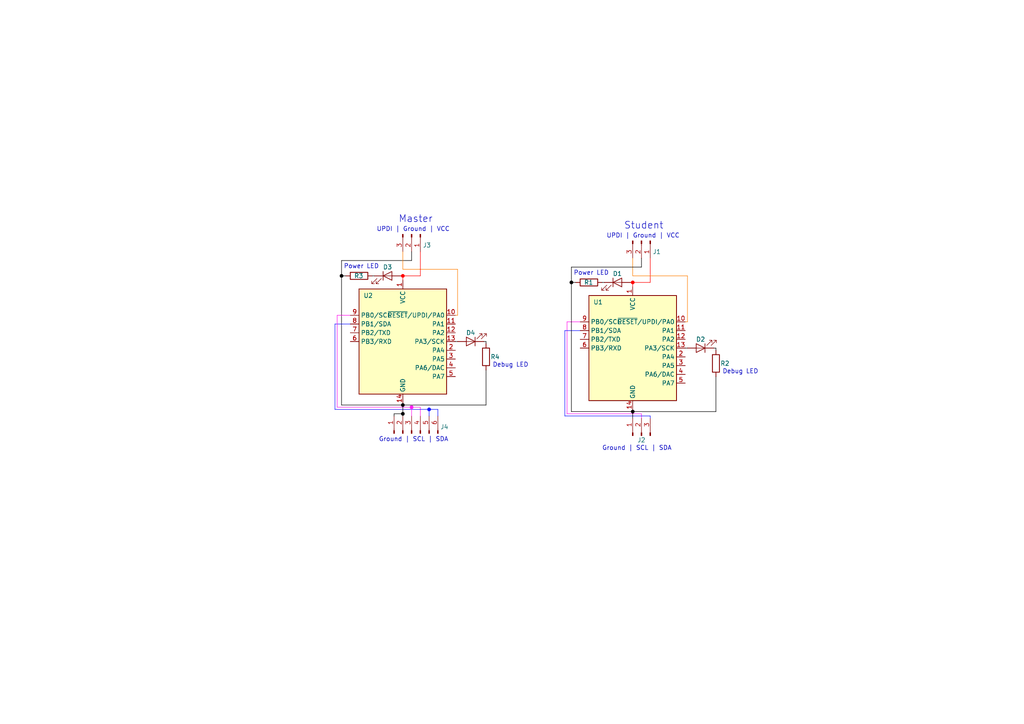
<source format=kicad_sch>
(kicad_sch (version 20211123) (generator eeschema)
  (paper "A4")
  (lib_symbols
    (symbol "Fab Library:Conn_PinHeader_1x03_P2.54mm_Horizontal_SMD" (pin_names (offset 1.016) hide)
      (property "Reference" "J" (at 0 5.08 0))
      (property "Value" "Conn_PinHeader_1x03_P2.54mm_Horizontal_SMD" (at 0 -5.08 0))
      (symbol "Conn_PinHeader_1x03_P2.54mm_Horizontal_SMD_1_1"
        (polyline (pts (xy 1.27 -2.54) (xy 0.8636 -2.54)) (stroke (width 0.1524)))
        (polyline (pts (xy 1.27 0) (xy 0.8636 0)) (stroke (width 0.1524)))
        (polyline (pts (xy 1.27 2.54) (xy 0.8636 2.54)) (stroke (width 0.1524)))
        (rectangle (start 0.8636 -2.413) (end 0 -2.667) (stroke (width 0.1524)) (fill (type outline)))
        (rectangle (start 0.8636 0.127) (end 0 -0.127) (stroke (width 0.1524)) (fill (type outline)))
        (rectangle (start 0.8636 2.667) (end 0 2.413) (stroke (width 0.1524)) (fill (type outline)))
        (pin passive line (at 5.08 2.54 180) (length 3.81) (name "Pin_1") (number "1"))
        (pin passive line (at 5.08 0 180) (length 3.81) (name "Pin_2") (number "2"))
        (pin passive line (at 5.08 -2.54 180) (length 3.81) (name "Pin_3") (number "3"))
      )
    )
    (symbol "Fab Library:Conn_PinHeader_1x06_P2.54mm_Horizontal_SMD" (pin_names (offset 1.016) hide)
      (property "Reference" "J" (at 0 7.62 0))
      (property "Value" "Conn_PinHeader_1x06_P2.54mm_Horizontal_SMD" (at 0 -10.16 0))
      (symbol "Conn_PinHeader_1x06_P2.54mm_Horizontal_SMD_1_1"
        (polyline (pts (xy 1.27 -7.62) (xy 0.8636 -7.62)) (stroke (width 0.1524)))
        (polyline (pts (xy 1.27 -5.08) (xy 0.8636 -5.08)) (stroke (width 0.1524)))
        (polyline (pts (xy 1.27 -2.54) (xy 0.8636 -2.54)) (stroke (width 0.1524)))
        (polyline (pts (xy 1.27 0) (xy 0.8636 0)) (stroke (width 0.1524)))
        (polyline (pts (xy 1.27 2.54) (xy 0.8636 2.54)) (stroke (width 0.1524)))
        (polyline (pts (xy 1.27 5.08) (xy 0.8636 5.08)) (stroke (width 0.1524)))
        (rectangle (start 0.8636 -7.493) (end 0 -7.747) (stroke (width 0.1524)) (fill (type outline)))
        (rectangle (start 0.8636 -4.953) (end 0 -5.207) (stroke (width 0.1524)) (fill (type outline)))
        (rectangle (start 0.8636 -2.413) (end 0 -2.667) (stroke (width 0.1524)) (fill (type outline)))
        (rectangle (start 0.8636 0.127) (end 0 -0.127) (stroke (width 0.1524)) (fill (type outline)))
        (rectangle (start 0.8636 2.667) (end 0 2.413) (stroke (width 0.1524)) (fill (type outline)))
        (rectangle (start 0.8636 5.207) (end 0 4.953) (stroke (width 0.1524)) (fill (type outline)))
        (pin passive line (at 5.08 5.08 180) (length 3.81) (name "Pin_1") (number "1"))
        (pin passive line (at 5.08 2.54 180) (length 3.81) (name "Pin_2") (number "2"))
        (pin passive line (at 5.08 0 180) (length 3.81) (name "Pin_3") (number "3"))
        (pin passive line (at 5.08 -2.54 180) (length 3.81) (name "Pin_4") (number "4"))
        (pin passive line (at 5.08 -5.08 180) (length 3.81) (name "Pin_5") (number "5"))
        (pin passive line (at 5.08 -7.62 180) (length 3.81) (name "Pin_6") (number "6"))
      )
    )
    (symbol "Fab Library:LED" (pin_numbers hide) (pin_names (offset 1.016) hide)
      (property "Reference" "D" (at 0 2.54 0))
      (property "Value" "LED" (at 0 -2.54 0))
      (symbol "LED_0_1"
        (polyline (pts (xy -1.27 -1.27) (xy -1.27 1.27)) (stroke (width 0.2032)))
        (polyline (pts (xy -1.27 0) (xy 1.27 0)))
        (polyline (pts (xy 1.27 -1.27) (xy 1.27 1.27) (xy -1.27 0) (xy 1.27 -1.27)) (stroke (width 0.2032)))
        (polyline (pts (xy -3.048 -0.762) (xy -4.572 -2.286) (xy -3.81 -2.286) (xy -4.572 -2.286) (xy -4.572 -1.524)))
        (polyline (pts (xy -1.778 -0.762) (xy -3.302 -2.286) (xy -2.54 -2.286) (xy -3.302 -2.286) (xy -3.302 -1.524)))
      )
      (symbol "LED_1_1"
        (pin passive line (at -3.81 0 0) (length 2.54) (name "K") (number "1"))
        (pin passive line (at 3.81 0 180) (length 2.54) (name "A") (number "2"))
      )
    )
    (symbol "Fab Library:Microcontroller_ATtiny1614-SSFR"
      (property "Reference" "U" (at -12.7 17.78 0))
      (property "Value" "Microcontroller_ATtiny1614-SSFR" (at 7.62 17.78 0))
      (symbol "Microcontroller_ATtiny1614-SSFR_0_1"
        (rectangle (start -12.7 -15.24) (end 12.7 15.24) (stroke (width 0.254)) (fill (type background)))
      )
      (symbol "Microcontroller_ATtiny1614-SSFR_1_1"
        (pin power_in line (at 0 17.78 270) (length 2.54) (name "VCC") (number "1"))
        (pin bidirectional line (at 15.24 7.62 180) (length 2.54) (name "~{RESET}/UPDI/PA0") (number "10"))
        (pin bidirectional line (at 15.24 5.08 180) (length 2.54) (name "PA1") (number "11"))
        (pin bidirectional line (at 15.24 2.54 180) (length 2.54) (name "PA2") (number "12"))
        (pin bidirectional line (at 15.24 0 180) (length 2.54) (name "PA3/SCK") (number "13"))
        (pin power_in line (at 0 -17.78 90) (length 2.54) (name "GND") (number "14"))
        (pin bidirectional line (at 15.24 -2.54 180) (length 2.54) (name "PA4") (number "2"))
        (pin bidirectional line (at 15.24 -5.08 180) (length 2.54) (name "PA5") (number "3"))
        (pin bidirectional line (at 15.24 -7.62 180) (length 2.54) (name "PA6/DAC") (number "4"))
        (pin bidirectional line (at 15.24 -10.16 180) (length 2.54) (name "PA7") (number "5"))
        (pin bidirectional line (at -15.24 0 0) (length 2.54) (name "PB3/RXD") (number "6"))
        (pin bidirectional line (at -15.24 2.54 0) (length 2.54) (name "PB2/TXD") (number "7"))
        (pin bidirectional line (at -15.24 5.08 0) (length 2.54) (name "PB1/SDA") (number "8"))
        (pin bidirectional line (at -15.24 7.62 0) (length 2.54) (name "PB0/SCL") (number "9"))
      )
    )
    (symbol "Fab Library:R" (pin_numbers hide) (pin_names (offset 0))
      (property "Reference" "R" (at 2.032 0 90))
      (property "Value" "R" (at 0 0 90))
      (symbol "R_0_1"
        (rectangle (start -1.016 -2.54) (end 1.016 2.54) (stroke (width 0.254)))
      )
      (symbol "R_1_1"
        (pin passive line (at 0 3.81 270) (length 1.27) (name "~") (number "1"))
        (pin passive line (at 0 -3.81 90) (length 1.27) (name "~") (number "2"))
      )
    )
  )
  (junction (at 119.38 118.11) (color 255 22 236 1))
  (junction (at 116.84 117.475) (color 0 0 0 1))
  (junction (at 116.84 80.01) (color 253 0 0 1))
  (junction (at 165.735 81.915) (color 0 0 0 1))
  (junction (at 183.515 119.38) (color 0 0 0 1))
  (junction (at 183.515 81.915) (color 253 0 0 1))
  (junction (at 116.84 120.015) (color 0 0 0 1))
  (junction (at 99.06 80.01) (color 0 0 0 1))
  (junction (at 124.46 118.745) (color 14 17 255 1))
  (wire (pts (xy 119.38 118.11) (xy 119.38 120.65)) (stroke (width 0) (color 255 22 236 1)))
  (wire (pts (xy 99.06 117.475) (xy 116.84 117.475)) (stroke (width 0) (color 0 0 0 1)))
  (wire (pts (xy 199.39 80.01) (xy 183.515 80.01)) (stroke (width 0) (color 255 129 8 1)))
  (wire (pts (xy 116.205 80.01) (xy 116.84 80.01)) (stroke (width 0) (color 255 0 0 1)))
  (wire (pts (xy 183.515 80.01) (xy 183.515 74.93)) (stroke (width 0) (color 255 129 8 1)))
  (wire (pts (xy 116.84 78.105) (xy 116.84 73.025)) (stroke (width 0) (color 255 129 8 1)))
  (wire (pts (xy 132.715 78.105) (xy 116.84 78.105)) (stroke (width 0) (color 255 129 8 1)))
  (wire (pts (xy 182.88 81.915) (xy 183.515 81.915)) (stroke (width 0) (color 255 0 0 1)))
  (wire (pts (xy 114.3 120.015) (xy 116.84 120.015)) (stroke (width 0) (color 0 0 0 1)))
  (wire (pts (xy 186.055 77.47) (xy 186.055 74.93)) (stroke (width 0) (color 0 0 0 1)))
  (wire (pts (xy 114.3 120.65) (xy 114.3 120.015)) (stroke (width 0) (color 0 0 0 1)))
  (wire (pts (xy 121.92 118.11) (xy 121.92 120.65)) (stroke (width 0) (color 255 22 236 1)))
  (wire (pts (xy 165.735 77.47) (xy 165.735 81.915)) (stroke (width 0) (color 0 0 0 1)))
  (wire (pts (xy 97.155 93.98) (xy 97.155 118.745)) (stroke (width 0) (color 14 17 255 1)))
  (wire (pts (xy 119.38 75.565) (xy 119.38 73.025)) (stroke (width 0) (color 0 0 0 1)))
  (wire (pts (xy 207.645 119.38) (xy 183.515 119.38)) (stroke (width 0) (color 0 0 0 1)))
  (wire (pts (xy 186.055 121.285) (xy 186.055 120.015)) (stroke (width 0) (color 255 22 236 1)))
  (wire (pts (xy 165.735 81.915) (xy 165.735 119.38)) (stroke (width 0) (color 0 0 0 1)))
  (wire (pts (xy 116.84 117.475) (xy 116.84 116.84)) (stroke (width 0) (color 0 0 0 1)))
  (wire (pts (xy 174.625 81.915) (xy 175.26 81.915)) (stroke (width 0) (color 0 0 0 1)))
  (wire (pts (xy 119.38 118.11) (xy 97.79 118.11)) (stroke (width 0) (color 255 22 236 1)))
  (wire (pts (xy 116.84 117.475) (xy 116.84 120.015)) (stroke (width 0) (color 0 0 0 1)))
  (wire (pts (xy 207.645 109.22) (xy 207.645 119.38)) (stroke (width 0) (color 0 0 0 1)))
  (wire (pts (xy 188.595 81.915) (xy 183.515 81.915)) (stroke (width 0) (color 255 0 0 1)))
  (wire (pts (xy 124.46 118.745) (xy 124.46 120.65)) (stroke (width 0) (color 14 17 255 1)))
  (wire (pts (xy 99.06 75.565) (xy 99.06 80.01)) (stroke (width 0) (color 0 0 0 1)))
  (wire (pts (xy 116.84 80.01) (xy 116.84 81.28)) (stroke (width 0) (color 255 0 0 1)))
  (wire (pts (xy 127 118.745) (xy 127 120.65)) (stroke (width 0) (color 14 17 255 1)))
  (wire (pts (xy 99.06 80.01) (xy 100.33 80.01)) (stroke (width 0) (color 0 0 0 1)))
  (wire (pts (xy 168.275 95.885) (xy 163.83 95.885)) (stroke (width 0) (color 14 17 255 1)))
  (wire (pts (xy 99.06 80.01) (xy 99.06 117.475)) (stroke (width 0) (color 0 0 0 1)))
  (wire (pts (xy 186.055 120.015) (xy 164.465 120.015)) (stroke (width 0) (color 255 22 236 1)))
  (wire (pts (xy 183.515 81.915) (xy 183.515 83.185)) (stroke (width 0) (color 255 0 0 1)))
  (wire (pts (xy 121.92 80.01) (xy 116.84 80.01)) (stroke (width 0) (color 255 0 0 1)))
  (wire (pts (xy 198.755 100.965) (xy 199.39 100.965)) (stroke (width 0) (color 2 0 0 1)))
  (wire (pts (xy 97.155 118.745) (xy 124.46 118.745)) (stroke (width 0) (color 14 17 255 1)))
  (wire (pts (xy 183.515 119.38) (xy 183.515 118.745)) (stroke (width 0) (color 0 0 0 1)))
  (wire (pts (xy 140.97 99.06) (xy 140.97 99.695)) (stroke (width 0) (color 0 0 0 1)))
  (wire (pts (xy 107.95 80.01) (xy 108.585 80.01)) (stroke (width 0) (color 0 0 0 1)))
  (wire (pts (xy 199.39 80.01) (xy 199.39 93.345)) (stroke (width 0) (color 255 129 8 1)))
  (wire (pts (xy 121.92 73.025) (xy 121.92 80.01)) (stroke (width 0) (color 255 0 0 1)))
  (wire (pts (xy 124.46 118.745) (xy 127 118.745)) (stroke (width 0) (color 14 17 255 1)))
  (wire (pts (xy 163.83 95.885) (xy 163.83 120.65)) (stroke (width 0) (color 14 17 255 1)))
  (wire (pts (xy 116.84 120.015) (xy 116.84 120.65)) (stroke (width 0) (color 0 0 0 1)))
  (wire (pts (xy 199.39 93.345) (xy 198.755 93.345)) (stroke (width 0) (color 255 129 8 1)))
  (wire (pts (xy 164.465 93.345) (xy 164.465 120.015)) (stroke (width 0) (color 255 22 236 1)))
  (wire (pts (xy 207.645 100.965) (xy 207.645 101.6)) (stroke (width 0) (color 0 0 0 1)))
  (wire (pts (xy 207.01 100.965) (xy 207.645 100.965)) (stroke (width 0) (color 0 0 0 1)))
  (wire (pts (xy 140.97 117.475) (xy 116.84 117.475)) (stroke (width 0) (color 0 0 0 1)))
  (wire (pts (xy 165.735 119.38) (xy 183.515 119.38)) (stroke (width 0) (color 0 0 0 1)))
  (wire (pts (xy 132.08 99.06) (xy 132.715 99.06)) (stroke (width 0) (color 2 0 0 1)))
  (wire (pts (xy 101.6 93.98) (xy 97.155 93.98)) (stroke (width 0) (color 14 17 255 1)))
  (wire (pts (xy 132.715 91.44) (xy 132.08 91.44)) (stroke (width 0) (color 255 129 8 1)))
  (wire (pts (xy 101.6 91.44) (xy 97.79 91.44)) (stroke (width 0) (color 255 22 236 1)))
  (wire (pts (xy 97.79 91.44) (xy 97.79 118.11)) (stroke (width 0) (color 255 22 236 1)))
  (wire (pts (xy 140.97 107.315) (xy 140.97 117.475)) (stroke (width 0) (color 0 0 0 1)))
  (wire (pts (xy 165.735 81.915) (xy 167.005 81.915)) (stroke (width 0) (color 0 0 0 1)))
  (wire (pts (xy 188.595 74.93) (xy 188.595 81.915)) (stroke (width 0) (color 255 0 0 1)))
  (wire (pts (xy 163.83 120.65) (xy 188.595 120.65)) (stroke (width 0) (color 14 17 255 1)))
  (wire (pts (xy 132.715 78.105) (xy 132.715 91.44)) (stroke (width 0) (color 255 129 8 1)))
  (wire (pts (xy 183.515 119.38) (xy 183.515 121.285)) (stroke (width 0) (color 0 0 0 1)))
  (wire (pts (xy 119.38 75.565) (xy 99.06 75.565)) (stroke (width 0) (color 0 0 0 1)))
  (wire (pts (xy 186.055 77.47) (xy 165.735 77.47)) (stroke (width 0) (color 0 0 0 1)))
  (wire (pts (xy 168.275 93.345) (xy 164.465 93.345)) (stroke (width 0) (color 255 22 236 1)))
  (wire (pts (xy 188.595 121.285) (xy 188.595 120.65)) (stroke (width 0) (color 14 17 255 1)))
  (wire (pts (xy 140.335 99.06) (xy 140.97 99.06)) (stroke (width 0) (color 0 0 0 1)))
  (wire (pts (xy 121.92 118.11) (xy 119.38 118.11)) (stroke (width 0) (color 255 22 236 1)))
  (text "Power LED" (at 166.37 80.01 0) (effects (font (size 1.27 1.27)) (justify left bottom)))
  (text "Master" (at 115.57 64.77 0) (effects (font (size 2 2)) (justify left bottom)))
  (text "Ground | SCL | SDA" (at 174.625 130.81 0) (effects (font (size 1.27 1.27)) (justify left bottom)))
  (text "Ground | SCL | SDA" (at 109.855 128.27 0) (effects (font (size 1.27 1.27)) (justify left bottom)))
  (text "UPDI | Ground | VCC" (at 175.895 69.215 0) (effects (font (size 1.27 1.27)) (justify left bottom)))
  (text "UPDI | Ground | VCC" (at 109.22 67.31 0) (effects (font (size 1.27 1.27)) (justify left bottom)))
  (text "Debug LED" (at 142.875 106.68 0) (effects (font (size 1.27 1.27)) (justify left bottom)))
  (text "Debug LED" (at 209.55 108.585 0) (effects (font (size 1.27 1.27)) (justify left bottom)))
  (text "Power LED" (at 99.695 78.105 0) (effects (font (size 1.27 1.27)) (justify left bottom)))
  (text "Student" (at 180.975 66.675 0) (effects (font (size 2 2)) (justify left bottom)))
  (symbol (lib_id "Fab Library:LED") (at 179.07 81.915 0) (unit 1)
    (property "Reference" "D1" (at 179.07 79.375 0))
    (property "Value" "LED" (effects hide))
    (property "Footprint" "fab:LED_1206" (effects hide))
    (property "Datasheet" "https://optoelectronics.liteon.com/upload/download/DS-22-98-0002/LTST-C150CKT.pdf" (effects hide))
  )
  (symbol (lib_id "Fab Library:R") (at 207.645 105.41 0) (unit 1)
    (property "Reference" "R2" (at 208.915 105.41 0) (effects (justify left)))
    (property "Value" "R" (effects hide))
    (property "Footprint" "fab:R_1206" (effects hide))
  )
  (symbol (lib_id "Fab Library:Conn_PinHeader_1x06_P2.54mm_Horizontal_SMD") (at 119.38 125.73 90) (unit 1)
    (property "Reference" "J4" (at 128.905 123.825 90))
    (property "Value" "Conn_PinHeader_1x06_P2.54mm_Horizontal_SMD" (effects hide))
    (property "Footprint" "fab:PinHeader_1x06_P2.54mm_Horizontal_SMD" (effects hide))
  )
  (symbol (lib_id "Fab Library:LED") (at 203.2 100.965 180) (unit 1)
    (property "Reference" "D2" (at 203.2 98.425 0))
    (property "Value" "LED" (effects hide))
    (property "Footprint" "fab:LED_1206" (effects hide))
    (property "Datasheet" "https://optoelectronics.liteon.com/upload/download/DS-22-98-0002/LTST-C150CKT.pdf" (effects hide))
  )
  (symbol (lib_id "Fab Library:R") (at 140.97 103.505 0) (unit 1)
    (property "Reference" "R4" (at 142.24 103.505 0) (effects (justify left)))
    (property "Value" "R" (effects hide))
    (property "Footprint" "fab:R_1206" (effects hide))
  )
  (symbol (lib_id "Fab Library:LED") (at 112.395 80.01 0) (unit 1)
    (property "Reference" "D3" (at 112.395 77.47 0))
    (property "Value" "LED" (effects hide))
    (property "Footprint" "fab:LED_1206" (effects hide))
    (property "Datasheet" "https://optoelectronics.liteon.com/upload/download/DS-22-98-0002/LTST-C150CKT.pdf" (effects hide))
  )
  (symbol (lib_id "Fab Library:Microcontroller_ATtiny1614-SSFR") (at 183.515 100.965 0) (unit 1)
    (property "Reference" "U1" (at 172.085 87.63 0) (effects (justify left)))
    (property "Value" "Microcontroller_ATtiny1614-SSFR" (effects hide))
    (property "Footprint" "fab:SOIC-14_3.9x8.7mm_P1.27mm" (effects hide))
    (property "Datasheet" "http://ww1.microchip.com/downloads/en/DeviceDoc/ATtiny1614-16-17-DataSheet-DS40002204A.pdf" (effects hide))
  )
  (symbol (lib_id "Fab Library:Conn_PinHeader_1x03_P2.54mm_Horizontal_SMD") (at 186.055 69.85 270) (unit 1)
    (property "Reference" "J1" (at 190.5 73.025 90))
    (property "Value" "Conn_PinHeader_1x03_P2.54mm_Horizontal_SMD" (effects hide))
    (property "Footprint" "fab:PinHeader_1x03_P2.54mm_Horizontal_SMD" (effects hide))
  )
  (symbol (lib_id "Fab Library:R") (at 170.815 81.915 90) (unit 1)
    (property "Reference" "R1" (at 172.085 81.915 90) (effects (justify left)))
    (property "Value" "R" (effects hide))
    (property "Footprint" "fab:R_1206" (effects hide))
  )
  (symbol (lib_id "Fab Library:LED") (at 136.525 99.06 180) (unit 1)
    (property "Reference" "D4" (at 136.525 96.52 0))
    (property "Value" "LED" (effects hide))
    (property "Footprint" "fab:LED_1206" (effects hide))
    (property "Datasheet" "https://optoelectronics.liteon.com/upload/download/DS-22-98-0002/LTST-C150CKT.pdf" (effects hide))
  )
  (symbol (lib_id "Fab Library:Microcontroller_ATtiny1614-SSFR") (at 116.84 99.06 0) (unit 1)
    (property "Reference" "U2" (at 105.41 85.725 0) (effects (justify left)))
    (property "Value" "Microcontroller_ATtiny1614-SSFR" (effects hide))
    (property "Footprint" "fab:SOIC-14_3.9x8.7mm_P1.27mm" (effects hide))
    (property "Datasheet" "http://ww1.microchip.com/downloads/en/DeviceDoc/ATtiny1614-16-17-DataSheet-DS40002204A.pdf" (effects hide))
  )
  (symbol (lib_id "Fab Library:Conn_PinHeader_1x03_P2.54mm_Horizontal_SMD") (at 119.38 67.945 270) (unit 1)
    (property "Reference" "J3" (at 123.825 71.12 90))
    (property "Value" "Conn_PinHeader_1x03_P2.54mm_Horizontal_SMD" (effects hide))
    (property "Footprint" "fab:PinHeader_1x03_P2.54mm_Horizontal_SMD" (effects hide))
  )
  (symbol (lib_id "Fab Library:R") (at 104.14 80.01 90) (unit 1)
    (property "Reference" "R3" (at 105.41 80.01 90) (effects (justify left)))
    (property "Value" "R" (effects hide))
    (property "Footprint" "fab:R_1206" (effects hide))
  )
  (symbol (lib_id "Fab Library:Conn_PinHeader_1x03_P2.54mm_Horizontal_SMD") (at 186.055 126.365 90) (unit 1)
    (property "Reference" "J2" (at 186.055 127.635 90))
    (property "Value" "Conn_PinHeader_1x03_P2.54mm_Horizontal_SMD" (effects hide))
    (property "Footprint" "fab:PinHeader_1x03_P2.54mm_Horizontal_SMD" (effects hide))
  )
)
</source>
